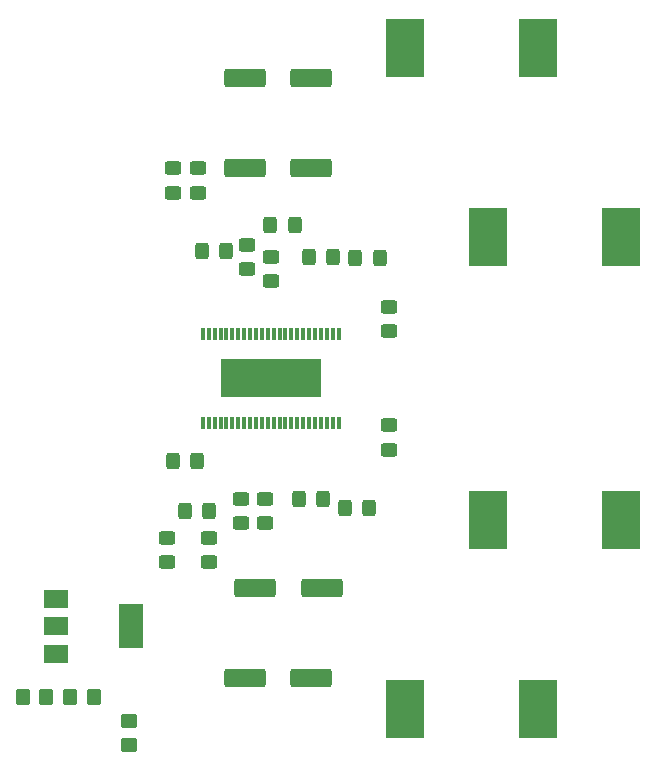
<source format=gbr>
G04 #@! TF.GenerationSoftware,KiCad,Pcbnew,(7.0.0-0)*
G04 #@! TF.CreationDate,2024-11-26T16:17:07-08:00*
G04 #@! TF.ProjectId,tas5754m,74617335-3735-4346-9d2e-6b696361645f,rev?*
G04 #@! TF.SameCoordinates,Original*
G04 #@! TF.FileFunction,Paste,Top*
G04 #@! TF.FilePolarity,Positive*
%FSLAX46Y46*%
G04 Gerber Fmt 4.6, Leading zero omitted, Abs format (unit mm)*
G04 Created by KiCad (PCBNEW (7.0.0-0)) date 2024-11-26 16:17:07*
%MOMM*%
%LPD*%
G01*
G04 APERTURE LIST*
G04 Aperture macros list*
%AMRoundRect*
0 Rectangle with rounded corners*
0 $1 Rounding radius*
0 $2 $3 $4 $5 $6 $7 $8 $9 X,Y pos of 4 corners*
0 Add a 4 corners polygon primitive as box body*
4,1,4,$2,$3,$4,$5,$6,$7,$8,$9,$2,$3,0*
0 Add four circle primitives for the rounded corners*
1,1,$1+$1,$2,$3*
1,1,$1+$1,$4,$5*
1,1,$1+$1,$6,$7*
1,1,$1+$1,$8,$9*
0 Add four rect primitives between the rounded corners*
20,1,$1+$1,$2,$3,$4,$5,0*
20,1,$1+$1,$4,$5,$6,$7,0*
20,1,$1+$1,$6,$7,$8,$9,0*
20,1,$1+$1,$8,$9,$2,$3,0*%
G04 Aperture macros list end*
%ADD10R,0.300000X1.100000*%
%ADD11R,8.500000X3.300000*%
%ADD12R,3.250000X5.000000*%
%ADD13RoundRect,0.250000X-0.325000X-0.450000X0.325000X-0.450000X0.325000X0.450000X-0.325000X0.450000X0*%
%ADD14RoundRect,0.250000X1.500000X0.550000X-1.500000X0.550000X-1.500000X-0.550000X1.500000X-0.550000X0*%
%ADD15RoundRect,0.250000X0.325000X0.450000X-0.325000X0.450000X-0.325000X-0.450000X0.325000X-0.450000X0*%
%ADD16RoundRect,0.250000X0.450000X-0.325000X0.450000X0.325000X-0.450000X0.325000X-0.450000X-0.325000X0*%
%ADD17RoundRect,0.250000X-0.450000X0.325000X-0.450000X-0.325000X0.450000X-0.325000X0.450000X0.325000X0*%
%ADD18RoundRect,0.250000X0.350000X0.450000X-0.350000X0.450000X-0.350000X-0.450000X0.350000X-0.450000X0*%
%ADD19R,2.000000X1.500000*%
%ADD20R,2.000000X3.800000*%
%ADD21RoundRect,0.250000X-0.450000X0.350000X-0.450000X-0.350000X0.450000X-0.350000X0.450000X0.350000X0*%
G04 APERTURE END LIST*
D10*
X123749999Y-122249999D03*
X123249999Y-122249999D03*
X122749999Y-122249999D03*
X122249999Y-122249999D03*
X121749999Y-122249999D03*
X121249999Y-122249999D03*
X120749999Y-122249999D03*
X120249999Y-122249999D03*
X119749999Y-122249999D03*
X119249999Y-122249999D03*
X118749999Y-122249999D03*
X118249999Y-122249999D03*
X117749999Y-122249999D03*
X117249999Y-122249999D03*
X116749999Y-122249999D03*
X116249999Y-122249999D03*
X115749999Y-122249999D03*
X115249999Y-122249999D03*
X114749999Y-122249999D03*
X114249999Y-122249999D03*
X113749999Y-122249999D03*
X113249999Y-122249999D03*
X112749999Y-122249999D03*
X112249999Y-122249999D03*
X112249999Y-129749999D03*
X112749999Y-129749999D03*
X113249999Y-129749999D03*
X113749999Y-129749999D03*
X114249999Y-129749999D03*
X114749999Y-129749999D03*
X115249999Y-129749999D03*
X115749999Y-129749999D03*
X116249999Y-129749999D03*
X116749999Y-129749999D03*
X117249999Y-129749999D03*
X117749999Y-129749999D03*
X118249999Y-129749999D03*
X118749999Y-129749999D03*
X119249999Y-129749999D03*
X119749999Y-129749999D03*
X120249999Y-129749999D03*
X120749999Y-129749999D03*
X121249999Y-129749999D03*
X121749999Y-129749999D03*
X122249999Y-129749999D03*
X122749999Y-129749999D03*
X123249999Y-129749999D03*
X123749999Y-129749999D03*
D11*
X117999999Y-125999999D03*
D12*
X129374999Y-153999999D03*
X140624999Y-153999999D03*
X136374999Y-137999999D03*
X147624999Y-137999999D03*
X136374999Y-113999999D03*
X147624999Y-113999999D03*
X129374999Y-97999999D03*
X140624999Y-97999999D03*
D13*
X121225000Y-115750000D03*
X123275000Y-115750000D03*
D14*
X121400000Y-100600000D03*
X115800000Y-100600000D03*
X121400000Y-108200000D03*
X115800000Y-108200000D03*
D15*
X120025000Y-113000000D03*
X117975000Y-113000000D03*
X127225000Y-115800000D03*
X125175000Y-115800000D03*
X114225000Y-115250000D03*
X112175000Y-115250000D03*
D16*
X118000000Y-117775000D03*
X118000000Y-115725000D03*
D17*
X128000000Y-119975000D03*
X128000000Y-122025000D03*
D16*
X128000000Y-132025000D03*
X128000000Y-129975000D03*
D17*
X117500000Y-136225000D03*
X117500000Y-138275000D03*
D15*
X126325000Y-137000000D03*
X124275000Y-137000000D03*
X111775000Y-133000000D03*
X109725000Y-133000000D03*
D17*
X109250000Y-139475000D03*
X109250000Y-141525000D03*
X112750000Y-139475000D03*
X112750000Y-141525000D03*
D13*
X120375000Y-136250000D03*
X122425000Y-136250000D03*
D14*
X121400000Y-151400000D03*
X115800000Y-151400000D03*
X122300000Y-143750000D03*
X116700000Y-143750000D03*
D18*
X99000000Y-153000000D03*
X97000000Y-153000000D03*
D17*
X109750000Y-108225000D03*
X109750000Y-110275000D03*
D16*
X111800000Y-110275000D03*
X111800000Y-108225000D03*
D19*
X99849999Y-144699999D03*
X99849999Y-146999999D03*
D20*
X106149999Y-146999999D03*
D19*
X99849999Y-149299999D03*
D17*
X116000000Y-114725000D03*
X116000000Y-116775000D03*
D13*
X110725000Y-137250000D03*
X112775000Y-137250000D03*
D17*
X115500000Y-136225000D03*
X115500000Y-138275000D03*
D21*
X106000000Y-155000000D03*
X106000000Y-157000000D03*
D18*
X103000000Y-153000000D03*
X101000000Y-153000000D03*
M02*

</source>
